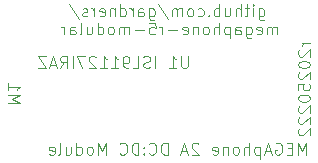
<source format=gbr>
%TF.GenerationSoftware,KiCad,Pcbnew,9.0.1+dfsg-1*%
%TF.CreationDate,2025-05-01T11:01:48+02:00*%
%TF.ProjectId,high-efficiency_dc-dc_converter,68696768-2d65-4666-9669-6369656e6379,rev?*%
%TF.SameCoordinates,Original*%
%TF.FileFunction,Legend,Bot*%
%TF.FilePolarity,Positive*%
%FSLAX46Y46*%
G04 Gerber Fmt 4.6, Leading zero omitted, Abs format (unit mm)*
G04 Created by KiCad (PCBNEW 9.0.1+dfsg-1) date 2025-05-01 11:01:48*
%MOMM*%
%LPD*%
G01*
G04 APERTURE LIST*
%ADD10C,0.100000*%
G04 APERTURE END LIST*
D10*
X71097544Y-33565752D02*
X71097544Y-34375276D01*
X71097544Y-34375276D02*
X71145163Y-34470514D01*
X71145163Y-34470514D02*
X71192782Y-34518133D01*
X71192782Y-34518133D02*
X71288020Y-34565752D01*
X71288020Y-34565752D02*
X71430877Y-34565752D01*
X71430877Y-34565752D02*
X71526115Y-34518133D01*
X71097544Y-34184800D02*
X71192782Y-34232419D01*
X71192782Y-34232419D02*
X71383258Y-34232419D01*
X71383258Y-34232419D02*
X71478496Y-34184800D01*
X71478496Y-34184800D02*
X71526115Y-34137180D01*
X71526115Y-34137180D02*
X71573734Y-34041942D01*
X71573734Y-34041942D02*
X71573734Y-33756228D01*
X71573734Y-33756228D02*
X71526115Y-33660990D01*
X71526115Y-33660990D02*
X71478496Y-33613371D01*
X71478496Y-33613371D02*
X71383258Y-33565752D01*
X71383258Y-33565752D02*
X71192782Y-33565752D01*
X71192782Y-33565752D02*
X71097544Y-33613371D01*
X70621353Y-34232419D02*
X70621353Y-33565752D01*
X70621353Y-33232419D02*
X70668972Y-33280038D01*
X70668972Y-33280038D02*
X70621353Y-33327657D01*
X70621353Y-33327657D02*
X70573734Y-33280038D01*
X70573734Y-33280038D02*
X70621353Y-33232419D01*
X70621353Y-33232419D02*
X70621353Y-33327657D01*
X70288020Y-33565752D02*
X69907068Y-33565752D01*
X70145163Y-33232419D02*
X70145163Y-34089561D01*
X70145163Y-34089561D02*
X70097544Y-34184800D01*
X70097544Y-34184800D02*
X70002306Y-34232419D01*
X70002306Y-34232419D02*
X69907068Y-34232419D01*
X69573734Y-34232419D02*
X69573734Y-33232419D01*
X69145163Y-34232419D02*
X69145163Y-33708609D01*
X69145163Y-33708609D02*
X69192782Y-33613371D01*
X69192782Y-33613371D02*
X69288020Y-33565752D01*
X69288020Y-33565752D02*
X69430877Y-33565752D01*
X69430877Y-33565752D02*
X69526115Y-33613371D01*
X69526115Y-33613371D02*
X69573734Y-33660990D01*
X68240401Y-33565752D02*
X68240401Y-34232419D01*
X68668972Y-33565752D02*
X68668972Y-34089561D01*
X68668972Y-34089561D02*
X68621353Y-34184800D01*
X68621353Y-34184800D02*
X68526115Y-34232419D01*
X68526115Y-34232419D02*
X68383258Y-34232419D01*
X68383258Y-34232419D02*
X68288020Y-34184800D01*
X68288020Y-34184800D02*
X68240401Y-34137180D01*
X67764210Y-34232419D02*
X67764210Y-33232419D01*
X67764210Y-33613371D02*
X67668972Y-33565752D01*
X67668972Y-33565752D02*
X67478496Y-33565752D01*
X67478496Y-33565752D02*
X67383258Y-33613371D01*
X67383258Y-33613371D02*
X67335639Y-33660990D01*
X67335639Y-33660990D02*
X67288020Y-33756228D01*
X67288020Y-33756228D02*
X67288020Y-34041942D01*
X67288020Y-34041942D02*
X67335639Y-34137180D01*
X67335639Y-34137180D02*
X67383258Y-34184800D01*
X67383258Y-34184800D02*
X67478496Y-34232419D01*
X67478496Y-34232419D02*
X67668972Y-34232419D01*
X67668972Y-34232419D02*
X67764210Y-34184800D01*
X66859448Y-34137180D02*
X66811829Y-34184800D01*
X66811829Y-34184800D02*
X66859448Y-34232419D01*
X66859448Y-34232419D02*
X66907067Y-34184800D01*
X66907067Y-34184800D02*
X66859448Y-34137180D01*
X66859448Y-34137180D02*
X66859448Y-34232419D01*
X65954687Y-34184800D02*
X66049925Y-34232419D01*
X66049925Y-34232419D02*
X66240401Y-34232419D01*
X66240401Y-34232419D02*
X66335639Y-34184800D01*
X66335639Y-34184800D02*
X66383258Y-34137180D01*
X66383258Y-34137180D02*
X66430877Y-34041942D01*
X66430877Y-34041942D02*
X66430877Y-33756228D01*
X66430877Y-33756228D02*
X66383258Y-33660990D01*
X66383258Y-33660990D02*
X66335639Y-33613371D01*
X66335639Y-33613371D02*
X66240401Y-33565752D01*
X66240401Y-33565752D02*
X66049925Y-33565752D01*
X66049925Y-33565752D02*
X65954687Y-33613371D01*
X65383258Y-34232419D02*
X65478496Y-34184800D01*
X65478496Y-34184800D02*
X65526115Y-34137180D01*
X65526115Y-34137180D02*
X65573734Y-34041942D01*
X65573734Y-34041942D02*
X65573734Y-33756228D01*
X65573734Y-33756228D02*
X65526115Y-33660990D01*
X65526115Y-33660990D02*
X65478496Y-33613371D01*
X65478496Y-33613371D02*
X65383258Y-33565752D01*
X65383258Y-33565752D02*
X65240401Y-33565752D01*
X65240401Y-33565752D02*
X65145163Y-33613371D01*
X65145163Y-33613371D02*
X65097544Y-33660990D01*
X65097544Y-33660990D02*
X65049925Y-33756228D01*
X65049925Y-33756228D02*
X65049925Y-34041942D01*
X65049925Y-34041942D02*
X65097544Y-34137180D01*
X65097544Y-34137180D02*
X65145163Y-34184800D01*
X65145163Y-34184800D02*
X65240401Y-34232419D01*
X65240401Y-34232419D02*
X65383258Y-34232419D01*
X64621353Y-34232419D02*
X64621353Y-33565752D01*
X64621353Y-33660990D02*
X64573734Y-33613371D01*
X64573734Y-33613371D02*
X64478496Y-33565752D01*
X64478496Y-33565752D02*
X64335639Y-33565752D01*
X64335639Y-33565752D02*
X64240401Y-33613371D01*
X64240401Y-33613371D02*
X64192782Y-33708609D01*
X64192782Y-33708609D02*
X64192782Y-34232419D01*
X64192782Y-33708609D02*
X64145163Y-33613371D01*
X64145163Y-33613371D02*
X64049925Y-33565752D01*
X64049925Y-33565752D02*
X63907068Y-33565752D01*
X63907068Y-33565752D02*
X63811829Y-33613371D01*
X63811829Y-33613371D02*
X63764210Y-33708609D01*
X63764210Y-33708609D02*
X63764210Y-34232419D01*
X62573735Y-33184800D02*
X63430877Y-34470514D01*
X61811830Y-33565752D02*
X61811830Y-34375276D01*
X61811830Y-34375276D02*
X61859449Y-34470514D01*
X61859449Y-34470514D02*
X61907068Y-34518133D01*
X61907068Y-34518133D02*
X62002306Y-34565752D01*
X62002306Y-34565752D02*
X62145163Y-34565752D01*
X62145163Y-34565752D02*
X62240401Y-34518133D01*
X61811830Y-34184800D02*
X61907068Y-34232419D01*
X61907068Y-34232419D02*
X62097544Y-34232419D01*
X62097544Y-34232419D02*
X62192782Y-34184800D01*
X62192782Y-34184800D02*
X62240401Y-34137180D01*
X62240401Y-34137180D02*
X62288020Y-34041942D01*
X62288020Y-34041942D02*
X62288020Y-33756228D01*
X62288020Y-33756228D02*
X62240401Y-33660990D01*
X62240401Y-33660990D02*
X62192782Y-33613371D01*
X62192782Y-33613371D02*
X62097544Y-33565752D01*
X62097544Y-33565752D02*
X61907068Y-33565752D01*
X61907068Y-33565752D02*
X61811830Y-33613371D01*
X60907068Y-34232419D02*
X60907068Y-33708609D01*
X60907068Y-33708609D02*
X60954687Y-33613371D01*
X60954687Y-33613371D02*
X61049925Y-33565752D01*
X61049925Y-33565752D02*
X61240401Y-33565752D01*
X61240401Y-33565752D02*
X61335639Y-33613371D01*
X60907068Y-34184800D02*
X61002306Y-34232419D01*
X61002306Y-34232419D02*
X61240401Y-34232419D01*
X61240401Y-34232419D02*
X61335639Y-34184800D01*
X61335639Y-34184800D02*
X61383258Y-34089561D01*
X61383258Y-34089561D02*
X61383258Y-33994323D01*
X61383258Y-33994323D02*
X61335639Y-33899085D01*
X61335639Y-33899085D02*
X61240401Y-33851466D01*
X61240401Y-33851466D02*
X61002306Y-33851466D01*
X61002306Y-33851466D02*
X60907068Y-33803847D01*
X60430877Y-34232419D02*
X60430877Y-33565752D01*
X60430877Y-33756228D02*
X60383258Y-33660990D01*
X60383258Y-33660990D02*
X60335639Y-33613371D01*
X60335639Y-33613371D02*
X60240401Y-33565752D01*
X60240401Y-33565752D02*
X60145163Y-33565752D01*
X59383258Y-34232419D02*
X59383258Y-33232419D01*
X59383258Y-34184800D02*
X59478496Y-34232419D01*
X59478496Y-34232419D02*
X59668972Y-34232419D01*
X59668972Y-34232419D02*
X59764210Y-34184800D01*
X59764210Y-34184800D02*
X59811829Y-34137180D01*
X59811829Y-34137180D02*
X59859448Y-34041942D01*
X59859448Y-34041942D02*
X59859448Y-33756228D01*
X59859448Y-33756228D02*
X59811829Y-33660990D01*
X59811829Y-33660990D02*
X59764210Y-33613371D01*
X59764210Y-33613371D02*
X59668972Y-33565752D01*
X59668972Y-33565752D02*
X59478496Y-33565752D01*
X59478496Y-33565752D02*
X59383258Y-33613371D01*
X58907067Y-33565752D02*
X58907067Y-34232419D01*
X58907067Y-33660990D02*
X58859448Y-33613371D01*
X58859448Y-33613371D02*
X58764210Y-33565752D01*
X58764210Y-33565752D02*
X58621353Y-33565752D01*
X58621353Y-33565752D02*
X58526115Y-33613371D01*
X58526115Y-33613371D02*
X58478496Y-33708609D01*
X58478496Y-33708609D02*
X58478496Y-34232419D01*
X57621353Y-34184800D02*
X57716591Y-34232419D01*
X57716591Y-34232419D02*
X57907067Y-34232419D01*
X57907067Y-34232419D02*
X58002305Y-34184800D01*
X58002305Y-34184800D02*
X58049924Y-34089561D01*
X58049924Y-34089561D02*
X58049924Y-33708609D01*
X58049924Y-33708609D02*
X58002305Y-33613371D01*
X58002305Y-33613371D02*
X57907067Y-33565752D01*
X57907067Y-33565752D02*
X57716591Y-33565752D01*
X57716591Y-33565752D02*
X57621353Y-33613371D01*
X57621353Y-33613371D02*
X57573734Y-33708609D01*
X57573734Y-33708609D02*
X57573734Y-33803847D01*
X57573734Y-33803847D02*
X58049924Y-33899085D01*
X57145162Y-34232419D02*
X57145162Y-33565752D01*
X57145162Y-33756228D02*
X57097543Y-33660990D01*
X57097543Y-33660990D02*
X57049924Y-33613371D01*
X57049924Y-33613371D02*
X56954686Y-33565752D01*
X56954686Y-33565752D02*
X56859448Y-33565752D01*
X56573733Y-34184800D02*
X56478495Y-34232419D01*
X56478495Y-34232419D02*
X56288019Y-34232419D01*
X56288019Y-34232419D02*
X56192781Y-34184800D01*
X56192781Y-34184800D02*
X56145162Y-34089561D01*
X56145162Y-34089561D02*
X56145162Y-34041942D01*
X56145162Y-34041942D02*
X56192781Y-33946704D01*
X56192781Y-33946704D02*
X56288019Y-33899085D01*
X56288019Y-33899085D02*
X56430876Y-33899085D01*
X56430876Y-33899085D02*
X56526114Y-33851466D01*
X56526114Y-33851466D02*
X56573733Y-33756228D01*
X56573733Y-33756228D02*
X56573733Y-33708609D01*
X56573733Y-33708609D02*
X56526114Y-33613371D01*
X56526114Y-33613371D02*
X56430876Y-33565752D01*
X56430876Y-33565752D02*
X56288019Y-33565752D01*
X56288019Y-33565752D02*
X56192781Y-33613371D01*
X55002305Y-33184800D02*
X55859447Y-34470514D01*
X75096115Y-45942419D02*
X75096115Y-44942419D01*
X75096115Y-44942419D02*
X74762782Y-45656704D01*
X74762782Y-45656704D02*
X74429449Y-44942419D01*
X74429449Y-44942419D02*
X74429449Y-45942419D01*
X73953258Y-45418609D02*
X73619925Y-45418609D01*
X73477068Y-45942419D02*
X73953258Y-45942419D01*
X73953258Y-45942419D02*
X73953258Y-44942419D01*
X73953258Y-44942419D02*
X73477068Y-44942419D01*
X72524687Y-44990038D02*
X72619925Y-44942419D01*
X72619925Y-44942419D02*
X72762782Y-44942419D01*
X72762782Y-44942419D02*
X72905639Y-44990038D01*
X72905639Y-44990038D02*
X73000877Y-45085276D01*
X73000877Y-45085276D02*
X73048496Y-45180514D01*
X73048496Y-45180514D02*
X73096115Y-45370990D01*
X73096115Y-45370990D02*
X73096115Y-45513847D01*
X73096115Y-45513847D02*
X73048496Y-45704323D01*
X73048496Y-45704323D02*
X73000877Y-45799561D01*
X73000877Y-45799561D02*
X72905639Y-45894800D01*
X72905639Y-45894800D02*
X72762782Y-45942419D01*
X72762782Y-45942419D02*
X72667544Y-45942419D01*
X72667544Y-45942419D02*
X72524687Y-45894800D01*
X72524687Y-45894800D02*
X72477068Y-45847180D01*
X72477068Y-45847180D02*
X72477068Y-45513847D01*
X72477068Y-45513847D02*
X72667544Y-45513847D01*
X72096115Y-45656704D02*
X71619925Y-45656704D01*
X72191353Y-45942419D02*
X71858020Y-44942419D01*
X71858020Y-44942419D02*
X71524687Y-45942419D01*
X71191353Y-45275752D02*
X71191353Y-46275752D01*
X71191353Y-45323371D02*
X71096115Y-45275752D01*
X71096115Y-45275752D02*
X70905639Y-45275752D01*
X70905639Y-45275752D02*
X70810401Y-45323371D01*
X70810401Y-45323371D02*
X70762782Y-45370990D01*
X70762782Y-45370990D02*
X70715163Y-45466228D01*
X70715163Y-45466228D02*
X70715163Y-45751942D01*
X70715163Y-45751942D02*
X70762782Y-45847180D01*
X70762782Y-45847180D02*
X70810401Y-45894800D01*
X70810401Y-45894800D02*
X70905639Y-45942419D01*
X70905639Y-45942419D02*
X71096115Y-45942419D01*
X71096115Y-45942419D02*
X71191353Y-45894800D01*
X70286591Y-45942419D02*
X70286591Y-44942419D01*
X69858020Y-45942419D02*
X69858020Y-45418609D01*
X69858020Y-45418609D02*
X69905639Y-45323371D01*
X69905639Y-45323371D02*
X70000877Y-45275752D01*
X70000877Y-45275752D02*
X70143734Y-45275752D01*
X70143734Y-45275752D02*
X70238972Y-45323371D01*
X70238972Y-45323371D02*
X70286591Y-45370990D01*
X69238972Y-45942419D02*
X69334210Y-45894800D01*
X69334210Y-45894800D02*
X69381829Y-45847180D01*
X69381829Y-45847180D02*
X69429448Y-45751942D01*
X69429448Y-45751942D02*
X69429448Y-45466228D01*
X69429448Y-45466228D02*
X69381829Y-45370990D01*
X69381829Y-45370990D02*
X69334210Y-45323371D01*
X69334210Y-45323371D02*
X69238972Y-45275752D01*
X69238972Y-45275752D02*
X69096115Y-45275752D01*
X69096115Y-45275752D02*
X69000877Y-45323371D01*
X69000877Y-45323371D02*
X68953258Y-45370990D01*
X68953258Y-45370990D02*
X68905639Y-45466228D01*
X68905639Y-45466228D02*
X68905639Y-45751942D01*
X68905639Y-45751942D02*
X68953258Y-45847180D01*
X68953258Y-45847180D02*
X69000877Y-45894800D01*
X69000877Y-45894800D02*
X69096115Y-45942419D01*
X69096115Y-45942419D02*
X69238972Y-45942419D01*
X68477067Y-45275752D02*
X68477067Y-45942419D01*
X68477067Y-45370990D02*
X68429448Y-45323371D01*
X68429448Y-45323371D02*
X68334210Y-45275752D01*
X68334210Y-45275752D02*
X68191353Y-45275752D01*
X68191353Y-45275752D02*
X68096115Y-45323371D01*
X68096115Y-45323371D02*
X68048496Y-45418609D01*
X68048496Y-45418609D02*
X68048496Y-45942419D01*
X67191353Y-45894800D02*
X67286591Y-45942419D01*
X67286591Y-45942419D02*
X67477067Y-45942419D01*
X67477067Y-45942419D02*
X67572305Y-45894800D01*
X67572305Y-45894800D02*
X67619924Y-45799561D01*
X67619924Y-45799561D02*
X67619924Y-45418609D01*
X67619924Y-45418609D02*
X67572305Y-45323371D01*
X67572305Y-45323371D02*
X67477067Y-45275752D01*
X67477067Y-45275752D02*
X67286591Y-45275752D01*
X67286591Y-45275752D02*
X67191353Y-45323371D01*
X67191353Y-45323371D02*
X67143734Y-45418609D01*
X67143734Y-45418609D02*
X67143734Y-45513847D01*
X67143734Y-45513847D02*
X67619924Y-45609085D01*
X66000876Y-45037657D02*
X65953257Y-44990038D01*
X65953257Y-44990038D02*
X65858019Y-44942419D01*
X65858019Y-44942419D02*
X65619924Y-44942419D01*
X65619924Y-44942419D02*
X65524686Y-44990038D01*
X65524686Y-44990038D02*
X65477067Y-45037657D01*
X65477067Y-45037657D02*
X65429448Y-45132895D01*
X65429448Y-45132895D02*
X65429448Y-45228133D01*
X65429448Y-45228133D02*
X65477067Y-45370990D01*
X65477067Y-45370990D02*
X66048495Y-45942419D01*
X66048495Y-45942419D02*
X65429448Y-45942419D01*
X65048495Y-45656704D02*
X64572305Y-45656704D01*
X65143733Y-45942419D02*
X64810400Y-44942419D01*
X64810400Y-44942419D02*
X64477067Y-45942419D01*
X63381828Y-45942419D02*
X63381828Y-44942419D01*
X63381828Y-44942419D02*
X63143733Y-44942419D01*
X63143733Y-44942419D02*
X63000876Y-44990038D01*
X63000876Y-44990038D02*
X62905638Y-45085276D01*
X62905638Y-45085276D02*
X62858019Y-45180514D01*
X62858019Y-45180514D02*
X62810400Y-45370990D01*
X62810400Y-45370990D02*
X62810400Y-45513847D01*
X62810400Y-45513847D02*
X62858019Y-45704323D01*
X62858019Y-45704323D02*
X62905638Y-45799561D01*
X62905638Y-45799561D02*
X63000876Y-45894800D01*
X63000876Y-45894800D02*
X63143733Y-45942419D01*
X63143733Y-45942419D02*
X63381828Y-45942419D01*
X61810400Y-45847180D02*
X61858019Y-45894800D01*
X61858019Y-45894800D02*
X62000876Y-45942419D01*
X62000876Y-45942419D02*
X62096114Y-45942419D01*
X62096114Y-45942419D02*
X62238971Y-45894800D01*
X62238971Y-45894800D02*
X62334209Y-45799561D01*
X62334209Y-45799561D02*
X62381828Y-45704323D01*
X62381828Y-45704323D02*
X62429447Y-45513847D01*
X62429447Y-45513847D02*
X62429447Y-45370990D01*
X62429447Y-45370990D02*
X62381828Y-45180514D01*
X62381828Y-45180514D02*
X62334209Y-45085276D01*
X62334209Y-45085276D02*
X62238971Y-44990038D01*
X62238971Y-44990038D02*
X62096114Y-44942419D01*
X62096114Y-44942419D02*
X62000876Y-44942419D01*
X62000876Y-44942419D02*
X61858019Y-44990038D01*
X61858019Y-44990038D02*
X61810400Y-45037657D01*
X61381828Y-45847180D02*
X61334209Y-45894800D01*
X61334209Y-45894800D02*
X61381828Y-45942419D01*
X61381828Y-45942419D02*
X61429447Y-45894800D01*
X61429447Y-45894800D02*
X61381828Y-45847180D01*
X61381828Y-45847180D02*
X61381828Y-45942419D01*
X61381828Y-45323371D02*
X61334209Y-45370990D01*
X61334209Y-45370990D02*
X61381828Y-45418609D01*
X61381828Y-45418609D02*
X61429447Y-45370990D01*
X61429447Y-45370990D02*
X61381828Y-45323371D01*
X61381828Y-45323371D02*
X61381828Y-45418609D01*
X60905638Y-45942419D02*
X60905638Y-44942419D01*
X60905638Y-44942419D02*
X60667543Y-44942419D01*
X60667543Y-44942419D02*
X60524686Y-44990038D01*
X60524686Y-44990038D02*
X60429448Y-45085276D01*
X60429448Y-45085276D02*
X60381829Y-45180514D01*
X60381829Y-45180514D02*
X60334210Y-45370990D01*
X60334210Y-45370990D02*
X60334210Y-45513847D01*
X60334210Y-45513847D02*
X60381829Y-45704323D01*
X60381829Y-45704323D02*
X60429448Y-45799561D01*
X60429448Y-45799561D02*
X60524686Y-45894800D01*
X60524686Y-45894800D02*
X60667543Y-45942419D01*
X60667543Y-45942419D02*
X60905638Y-45942419D01*
X59334210Y-45847180D02*
X59381829Y-45894800D01*
X59381829Y-45894800D02*
X59524686Y-45942419D01*
X59524686Y-45942419D02*
X59619924Y-45942419D01*
X59619924Y-45942419D02*
X59762781Y-45894800D01*
X59762781Y-45894800D02*
X59858019Y-45799561D01*
X59858019Y-45799561D02*
X59905638Y-45704323D01*
X59905638Y-45704323D02*
X59953257Y-45513847D01*
X59953257Y-45513847D02*
X59953257Y-45370990D01*
X59953257Y-45370990D02*
X59905638Y-45180514D01*
X59905638Y-45180514D02*
X59858019Y-45085276D01*
X59858019Y-45085276D02*
X59762781Y-44990038D01*
X59762781Y-44990038D02*
X59619924Y-44942419D01*
X59619924Y-44942419D02*
X59524686Y-44942419D01*
X59524686Y-44942419D02*
X59381829Y-44990038D01*
X59381829Y-44990038D02*
X59334210Y-45037657D01*
X58143733Y-45942419D02*
X58143733Y-44942419D01*
X58143733Y-44942419D02*
X57810400Y-45656704D01*
X57810400Y-45656704D02*
X57477067Y-44942419D01*
X57477067Y-44942419D02*
X57477067Y-45942419D01*
X56858019Y-45942419D02*
X56953257Y-45894800D01*
X56953257Y-45894800D02*
X57000876Y-45847180D01*
X57000876Y-45847180D02*
X57048495Y-45751942D01*
X57048495Y-45751942D02*
X57048495Y-45466228D01*
X57048495Y-45466228D02*
X57000876Y-45370990D01*
X57000876Y-45370990D02*
X56953257Y-45323371D01*
X56953257Y-45323371D02*
X56858019Y-45275752D01*
X56858019Y-45275752D02*
X56715162Y-45275752D01*
X56715162Y-45275752D02*
X56619924Y-45323371D01*
X56619924Y-45323371D02*
X56572305Y-45370990D01*
X56572305Y-45370990D02*
X56524686Y-45466228D01*
X56524686Y-45466228D02*
X56524686Y-45751942D01*
X56524686Y-45751942D02*
X56572305Y-45847180D01*
X56572305Y-45847180D02*
X56619924Y-45894800D01*
X56619924Y-45894800D02*
X56715162Y-45942419D01*
X56715162Y-45942419D02*
X56858019Y-45942419D01*
X55667543Y-45942419D02*
X55667543Y-44942419D01*
X55667543Y-45894800D02*
X55762781Y-45942419D01*
X55762781Y-45942419D02*
X55953257Y-45942419D01*
X55953257Y-45942419D02*
X56048495Y-45894800D01*
X56048495Y-45894800D02*
X56096114Y-45847180D01*
X56096114Y-45847180D02*
X56143733Y-45751942D01*
X56143733Y-45751942D02*
X56143733Y-45466228D01*
X56143733Y-45466228D02*
X56096114Y-45370990D01*
X56096114Y-45370990D02*
X56048495Y-45323371D01*
X56048495Y-45323371D02*
X55953257Y-45275752D01*
X55953257Y-45275752D02*
X55762781Y-45275752D01*
X55762781Y-45275752D02*
X55667543Y-45323371D01*
X54762781Y-45275752D02*
X54762781Y-45942419D01*
X55191352Y-45275752D02*
X55191352Y-45799561D01*
X55191352Y-45799561D02*
X55143733Y-45894800D01*
X55143733Y-45894800D02*
X55048495Y-45942419D01*
X55048495Y-45942419D02*
X54905638Y-45942419D01*
X54905638Y-45942419D02*
X54810400Y-45894800D01*
X54810400Y-45894800D02*
X54762781Y-45847180D01*
X54143733Y-45942419D02*
X54238971Y-45894800D01*
X54238971Y-45894800D02*
X54286590Y-45799561D01*
X54286590Y-45799561D02*
X54286590Y-44942419D01*
X53381828Y-45894800D02*
X53477066Y-45942419D01*
X53477066Y-45942419D02*
X53667542Y-45942419D01*
X53667542Y-45942419D02*
X53762780Y-45894800D01*
X53762780Y-45894800D02*
X53810399Y-45799561D01*
X53810399Y-45799561D02*
X53810399Y-45418609D01*
X53810399Y-45418609D02*
X53762780Y-45323371D01*
X53762780Y-45323371D02*
X53667542Y-45275752D01*
X53667542Y-45275752D02*
X53477066Y-45275752D01*
X53477066Y-45275752D02*
X53381828Y-45323371D01*
X53381828Y-45323371D02*
X53334209Y-45418609D01*
X53334209Y-45418609D02*
X53334209Y-45513847D01*
X53334209Y-45513847D02*
X53810399Y-45609085D01*
X65101115Y-37607419D02*
X65101115Y-38416942D01*
X65101115Y-38416942D02*
X65053496Y-38512180D01*
X65053496Y-38512180D02*
X65005877Y-38559800D01*
X65005877Y-38559800D02*
X64910639Y-38607419D01*
X64910639Y-38607419D02*
X64720163Y-38607419D01*
X64720163Y-38607419D02*
X64624925Y-38559800D01*
X64624925Y-38559800D02*
X64577306Y-38512180D01*
X64577306Y-38512180D02*
X64529687Y-38416942D01*
X64529687Y-38416942D02*
X64529687Y-37607419D01*
X63529687Y-38607419D02*
X64101115Y-38607419D01*
X63815401Y-38607419D02*
X63815401Y-37607419D01*
X63815401Y-37607419D02*
X63910639Y-37750276D01*
X63910639Y-37750276D02*
X64005877Y-37845514D01*
X64005877Y-37845514D02*
X64101115Y-37893133D01*
X62339210Y-38607419D02*
X62339210Y-37607419D01*
X61910639Y-38559800D02*
X61767782Y-38607419D01*
X61767782Y-38607419D02*
X61529687Y-38607419D01*
X61529687Y-38607419D02*
X61434449Y-38559800D01*
X61434449Y-38559800D02*
X61386830Y-38512180D01*
X61386830Y-38512180D02*
X61339211Y-38416942D01*
X61339211Y-38416942D02*
X61339211Y-38321704D01*
X61339211Y-38321704D02*
X61386830Y-38226466D01*
X61386830Y-38226466D02*
X61434449Y-38178847D01*
X61434449Y-38178847D02*
X61529687Y-38131228D01*
X61529687Y-38131228D02*
X61720163Y-38083609D01*
X61720163Y-38083609D02*
X61815401Y-38035990D01*
X61815401Y-38035990D02*
X61863020Y-37988371D01*
X61863020Y-37988371D02*
X61910639Y-37893133D01*
X61910639Y-37893133D02*
X61910639Y-37797895D01*
X61910639Y-37797895D02*
X61863020Y-37702657D01*
X61863020Y-37702657D02*
X61815401Y-37655038D01*
X61815401Y-37655038D02*
X61720163Y-37607419D01*
X61720163Y-37607419D02*
X61482068Y-37607419D01*
X61482068Y-37607419D02*
X61339211Y-37655038D01*
X60434449Y-38607419D02*
X60910639Y-38607419D01*
X60910639Y-38607419D02*
X60910639Y-37607419D01*
X60053496Y-38607419D02*
X59863020Y-38607419D01*
X59863020Y-38607419D02*
X59767782Y-38559800D01*
X59767782Y-38559800D02*
X59720163Y-38512180D01*
X59720163Y-38512180D02*
X59624925Y-38369323D01*
X59624925Y-38369323D02*
X59577306Y-38178847D01*
X59577306Y-38178847D02*
X59577306Y-37797895D01*
X59577306Y-37797895D02*
X59624925Y-37702657D01*
X59624925Y-37702657D02*
X59672544Y-37655038D01*
X59672544Y-37655038D02*
X59767782Y-37607419D01*
X59767782Y-37607419D02*
X59958258Y-37607419D01*
X59958258Y-37607419D02*
X60053496Y-37655038D01*
X60053496Y-37655038D02*
X60101115Y-37702657D01*
X60101115Y-37702657D02*
X60148734Y-37797895D01*
X60148734Y-37797895D02*
X60148734Y-38035990D01*
X60148734Y-38035990D02*
X60101115Y-38131228D01*
X60101115Y-38131228D02*
X60053496Y-38178847D01*
X60053496Y-38178847D02*
X59958258Y-38226466D01*
X59958258Y-38226466D02*
X59767782Y-38226466D01*
X59767782Y-38226466D02*
X59672544Y-38178847D01*
X59672544Y-38178847D02*
X59624925Y-38131228D01*
X59624925Y-38131228D02*
X59577306Y-38035990D01*
X58624925Y-38607419D02*
X59196353Y-38607419D01*
X58910639Y-38607419D02*
X58910639Y-37607419D01*
X58910639Y-37607419D02*
X59005877Y-37750276D01*
X59005877Y-37750276D02*
X59101115Y-37845514D01*
X59101115Y-37845514D02*
X59196353Y-37893133D01*
X57672544Y-38607419D02*
X58243972Y-38607419D01*
X57958258Y-38607419D02*
X57958258Y-37607419D01*
X57958258Y-37607419D02*
X58053496Y-37750276D01*
X58053496Y-37750276D02*
X58148734Y-37845514D01*
X58148734Y-37845514D02*
X58243972Y-37893133D01*
X57291591Y-37702657D02*
X57243972Y-37655038D01*
X57243972Y-37655038D02*
X57148734Y-37607419D01*
X57148734Y-37607419D02*
X56910639Y-37607419D01*
X56910639Y-37607419D02*
X56815401Y-37655038D01*
X56815401Y-37655038D02*
X56767782Y-37702657D01*
X56767782Y-37702657D02*
X56720163Y-37797895D01*
X56720163Y-37797895D02*
X56720163Y-37893133D01*
X56720163Y-37893133D02*
X56767782Y-38035990D01*
X56767782Y-38035990D02*
X57339210Y-38607419D01*
X57339210Y-38607419D02*
X56720163Y-38607419D01*
X56386829Y-37607419D02*
X55720163Y-37607419D01*
X55720163Y-37607419D02*
X56148734Y-38607419D01*
X55339210Y-38607419D02*
X55339210Y-37607419D01*
X54291592Y-38607419D02*
X54624925Y-38131228D01*
X54863020Y-38607419D02*
X54863020Y-37607419D01*
X54863020Y-37607419D02*
X54482068Y-37607419D01*
X54482068Y-37607419D02*
X54386830Y-37655038D01*
X54386830Y-37655038D02*
X54339211Y-37702657D01*
X54339211Y-37702657D02*
X54291592Y-37797895D01*
X54291592Y-37797895D02*
X54291592Y-37940752D01*
X54291592Y-37940752D02*
X54339211Y-38035990D01*
X54339211Y-38035990D02*
X54386830Y-38083609D01*
X54386830Y-38083609D02*
X54482068Y-38131228D01*
X54482068Y-38131228D02*
X54863020Y-38131228D01*
X53910639Y-38321704D02*
X53434449Y-38321704D01*
X54005877Y-38607419D02*
X53672544Y-37607419D01*
X53672544Y-37607419D02*
X53339211Y-38607419D01*
X53101115Y-37607419D02*
X52434449Y-37607419D01*
X52434449Y-37607419D02*
X53101115Y-38607419D01*
X53101115Y-38607419D02*
X52434449Y-38607419D01*
X75437419Y-36498884D02*
X74770752Y-36498884D01*
X74961228Y-36498884D02*
X74865990Y-36546503D01*
X74865990Y-36546503D02*
X74818371Y-36594122D01*
X74818371Y-36594122D02*
X74770752Y-36689360D01*
X74770752Y-36689360D02*
X74770752Y-36784598D01*
X74532657Y-37070313D02*
X74485038Y-37117932D01*
X74485038Y-37117932D02*
X74437419Y-37213170D01*
X74437419Y-37213170D02*
X74437419Y-37451265D01*
X74437419Y-37451265D02*
X74485038Y-37546503D01*
X74485038Y-37546503D02*
X74532657Y-37594122D01*
X74532657Y-37594122D02*
X74627895Y-37641741D01*
X74627895Y-37641741D02*
X74723133Y-37641741D01*
X74723133Y-37641741D02*
X74865990Y-37594122D01*
X74865990Y-37594122D02*
X75437419Y-37022694D01*
X75437419Y-37022694D02*
X75437419Y-37641741D01*
X74437419Y-38260789D02*
X74437419Y-38356027D01*
X74437419Y-38356027D02*
X74485038Y-38451265D01*
X74485038Y-38451265D02*
X74532657Y-38498884D01*
X74532657Y-38498884D02*
X74627895Y-38546503D01*
X74627895Y-38546503D02*
X74818371Y-38594122D01*
X74818371Y-38594122D02*
X75056466Y-38594122D01*
X75056466Y-38594122D02*
X75246942Y-38546503D01*
X75246942Y-38546503D02*
X75342180Y-38498884D01*
X75342180Y-38498884D02*
X75389800Y-38451265D01*
X75389800Y-38451265D02*
X75437419Y-38356027D01*
X75437419Y-38356027D02*
X75437419Y-38260789D01*
X75437419Y-38260789D02*
X75389800Y-38165551D01*
X75389800Y-38165551D02*
X75342180Y-38117932D01*
X75342180Y-38117932D02*
X75246942Y-38070313D01*
X75246942Y-38070313D02*
X75056466Y-38022694D01*
X75056466Y-38022694D02*
X74818371Y-38022694D01*
X74818371Y-38022694D02*
X74627895Y-38070313D01*
X74627895Y-38070313D02*
X74532657Y-38117932D01*
X74532657Y-38117932D02*
X74485038Y-38165551D01*
X74485038Y-38165551D02*
X74437419Y-38260789D01*
X74532657Y-38975075D02*
X74485038Y-39022694D01*
X74485038Y-39022694D02*
X74437419Y-39117932D01*
X74437419Y-39117932D02*
X74437419Y-39356027D01*
X74437419Y-39356027D02*
X74485038Y-39451265D01*
X74485038Y-39451265D02*
X74532657Y-39498884D01*
X74532657Y-39498884D02*
X74627895Y-39546503D01*
X74627895Y-39546503D02*
X74723133Y-39546503D01*
X74723133Y-39546503D02*
X74865990Y-39498884D01*
X74865990Y-39498884D02*
X75437419Y-38927456D01*
X75437419Y-38927456D02*
X75437419Y-39546503D01*
X74437419Y-40451265D02*
X74437419Y-39975075D01*
X74437419Y-39975075D02*
X74913609Y-39927456D01*
X74913609Y-39927456D02*
X74865990Y-39975075D01*
X74865990Y-39975075D02*
X74818371Y-40070313D01*
X74818371Y-40070313D02*
X74818371Y-40308408D01*
X74818371Y-40308408D02*
X74865990Y-40403646D01*
X74865990Y-40403646D02*
X74913609Y-40451265D01*
X74913609Y-40451265D02*
X75008847Y-40498884D01*
X75008847Y-40498884D02*
X75246942Y-40498884D01*
X75246942Y-40498884D02*
X75342180Y-40451265D01*
X75342180Y-40451265D02*
X75389800Y-40403646D01*
X75389800Y-40403646D02*
X75437419Y-40308408D01*
X75437419Y-40308408D02*
X75437419Y-40070313D01*
X75437419Y-40070313D02*
X75389800Y-39975075D01*
X75389800Y-39975075D02*
X75342180Y-39927456D01*
X74437419Y-41117932D02*
X74437419Y-41213170D01*
X74437419Y-41213170D02*
X74485038Y-41308408D01*
X74485038Y-41308408D02*
X74532657Y-41356027D01*
X74532657Y-41356027D02*
X74627895Y-41403646D01*
X74627895Y-41403646D02*
X74818371Y-41451265D01*
X74818371Y-41451265D02*
X75056466Y-41451265D01*
X75056466Y-41451265D02*
X75246942Y-41403646D01*
X75246942Y-41403646D02*
X75342180Y-41356027D01*
X75342180Y-41356027D02*
X75389800Y-41308408D01*
X75389800Y-41308408D02*
X75437419Y-41213170D01*
X75437419Y-41213170D02*
X75437419Y-41117932D01*
X75437419Y-41117932D02*
X75389800Y-41022694D01*
X75389800Y-41022694D02*
X75342180Y-40975075D01*
X75342180Y-40975075D02*
X75246942Y-40927456D01*
X75246942Y-40927456D02*
X75056466Y-40879837D01*
X75056466Y-40879837D02*
X74818371Y-40879837D01*
X74818371Y-40879837D02*
X74627895Y-40927456D01*
X74627895Y-40927456D02*
X74532657Y-40975075D01*
X74532657Y-40975075D02*
X74485038Y-41022694D01*
X74485038Y-41022694D02*
X74437419Y-41117932D01*
X74532657Y-41832218D02*
X74485038Y-41879837D01*
X74485038Y-41879837D02*
X74437419Y-41975075D01*
X74437419Y-41975075D02*
X74437419Y-42213170D01*
X74437419Y-42213170D02*
X74485038Y-42308408D01*
X74485038Y-42308408D02*
X74532657Y-42356027D01*
X74532657Y-42356027D02*
X74627895Y-42403646D01*
X74627895Y-42403646D02*
X74723133Y-42403646D01*
X74723133Y-42403646D02*
X74865990Y-42356027D01*
X74865990Y-42356027D02*
X75437419Y-41784599D01*
X75437419Y-41784599D02*
X75437419Y-42403646D01*
X74532657Y-42784599D02*
X74485038Y-42832218D01*
X74485038Y-42832218D02*
X74437419Y-42927456D01*
X74437419Y-42927456D02*
X74437419Y-43165551D01*
X74437419Y-43165551D02*
X74485038Y-43260789D01*
X74485038Y-43260789D02*
X74532657Y-43308408D01*
X74532657Y-43308408D02*
X74627895Y-43356027D01*
X74627895Y-43356027D02*
X74723133Y-43356027D01*
X74723133Y-43356027D02*
X74865990Y-43308408D01*
X74865990Y-43308408D02*
X75437419Y-42736980D01*
X75437419Y-42736980D02*
X75437419Y-43356027D01*
X74532657Y-43736980D02*
X74485038Y-43784599D01*
X74485038Y-43784599D02*
X74437419Y-43879837D01*
X74437419Y-43879837D02*
X74437419Y-44117932D01*
X74437419Y-44117932D02*
X74485038Y-44213170D01*
X74485038Y-44213170D02*
X74532657Y-44260789D01*
X74532657Y-44260789D02*
X74627895Y-44308408D01*
X74627895Y-44308408D02*
X74723133Y-44308408D01*
X74723133Y-44308408D02*
X74865990Y-44260789D01*
X74865990Y-44260789D02*
X75437419Y-43689361D01*
X75437419Y-43689361D02*
X75437419Y-44308408D01*
X72656115Y-35772419D02*
X72656115Y-35105752D01*
X72656115Y-35200990D02*
X72608496Y-35153371D01*
X72608496Y-35153371D02*
X72513258Y-35105752D01*
X72513258Y-35105752D02*
X72370401Y-35105752D01*
X72370401Y-35105752D02*
X72275163Y-35153371D01*
X72275163Y-35153371D02*
X72227544Y-35248609D01*
X72227544Y-35248609D02*
X72227544Y-35772419D01*
X72227544Y-35248609D02*
X72179925Y-35153371D01*
X72179925Y-35153371D02*
X72084687Y-35105752D01*
X72084687Y-35105752D02*
X71941830Y-35105752D01*
X71941830Y-35105752D02*
X71846591Y-35153371D01*
X71846591Y-35153371D02*
X71798972Y-35248609D01*
X71798972Y-35248609D02*
X71798972Y-35772419D01*
X70941830Y-35724800D02*
X71037068Y-35772419D01*
X71037068Y-35772419D02*
X71227544Y-35772419D01*
X71227544Y-35772419D02*
X71322782Y-35724800D01*
X71322782Y-35724800D02*
X71370401Y-35629561D01*
X71370401Y-35629561D02*
X71370401Y-35248609D01*
X71370401Y-35248609D02*
X71322782Y-35153371D01*
X71322782Y-35153371D02*
X71227544Y-35105752D01*
X71227544Y-35105752D02*
X71037068Y-35105752D01*
X71037068Y-35105752D02*
X70941830Y-35153371D01*
X70941830Y-35153371D02*
X70894211Y-35248609D01*
X70894211Y-35248609D02*
X70894211Y-35343847D01*
X70894211Y-35343847D02*
X71370401Y-35439085D01*
X70037068Y-35105752D02*
X70037068Y-35915276D01*
X70037068Y-35915276D02*
X70084687Y-36010514D01*
X70084687Y-36010514D02*
X70132306Y-36058133D01*
X70132306Y-36058133D02*
X70227544Y-36105752D01*
X70227544Y-36105752D02*
X70370401Y-36105752D01*
X70370401Y-36105752D02*
X70465639Y-36058133D01*
X70037068Y-35724800D02*
X70132306Y-35772419D01*
X70132306Y-35772419D02*
X70322782Y-35772419D01*
X70322782Y-35772419D02*
X70418020Y-35724800D01*
X70418020Y-35724800D02*
X70465639Y-35677180D01*
X70465639Y-35677180D02*
X70513258Y-35581942D01*
X70513258Y-35581942D02*
X70513258Y-35296228D01*
X70513258Y-35296228D02*
X70465639Y-35200990D01*
X70465639Y-35200990D02*
X70418020Y-35153371D01*
X70418020Y-35153371D02*
X70322782Y-35105752D01*
X70322782Y-35105752D02*
X70132306Y-35105752D01*
X70132306Y-35105752D02*
X70037068Y-35153371D01*
X69132306Y-35772419D02*
X69132306Y-35248609D01*
X69132306Y-35248609D02*
X69179925Y-35153371D01*
X69179925Y-35153371D02*
X69275163Y-35105752D01*
X69275163Y-35105752D02*
X69465639Y-35105752D01*
X69465639Y-35105752D02*
X69560877Y-35153371D01*
X69132306Y-35724800D02*
X69227544Y-35772419D01*
X69227544Y-35772419D02*
X69465639Y-35772419D01*
X69465639Y-35772419D02*
X69560877Y-35724800D01*
X69560877Y-35724800D02*
X69608496Y-35629561D01*
X69608496Y-35629561D02*
X69608496Y-35534323D01*
X69608496Y-35534323D02*
X69560877Y-35439085D01*
X69560877Y-35439085D02*
X69465639Y-35391466D01*
X69465639Y-35391466D02*
X69227544Y-35391466D01*
X69227544Y-35391466D02*
X69132306Y-35343847D01*
X68656115Y-35105752D02*
X68656115Y-36105752D01*
X68656115Y-35153371D02*
X68560877Y-35105752D01*
X68560877Y-35105752D02*
X68370401Y-35105752D01*
X68370401Y-35105752D02*
X68275163Y-35153371D01*
X68275163Y-35153371D02*
X68227544Y-35200990D01*
X68227544Y-35200990D02*
X68179925Y-35296228D01*
X68179925Y-35296228D02*
X68179925Y-35581942D01*
X68179925Y-35581942D02*
X68227544Y-35677180D01*
X68227544Y-35677180D02*
X68275163Y-35724800D01*
X68275163Y-35724800D02*
X68370401Y-35772419D01*
X68370401Y-35772419D02*
X68560877Y-35772419D01*
X68560877Y-35772419D02*
X68656115Y-35724800D01*
X67751353Y-35772419D02*
X67751353Y-34772419D01*
X67322782Y-35772419D02*
X67322782Y-35248609D01*
X67322782Y-35248609D02*
X67370401Y-35153371D01*
X67370401Y-35153371D02*
X67465639Y-35105752D01*
X67465639Y-35105752D02*
X67608496Y-35105752D01*
X67608496Y-35105752D02*
X67703734Y-35153371D01*
X67703734Y-35153371D02*
X67751353Y-35200990D01*
X66703734Y-35772419D02*
X66798972Y-35724800D01*
X66798972Y-35724800D02*
X66846591Y-35677180D01*
X66846591Y-35677180D02*
X66894210Y-35581942D01*
X66894210Y-35581942D02*
X66894210Y-35296228D01*
X66894210Y-35296228D02*
X66846591Y-35200990D01*
X66846591Y-35200990D02*
X66798972Y-35153371D01*
X66798972Y-35153371D02*
X66703734Y-35105752D01*
X66703734Y-35105752D02*
X66560877Y-35105752D01*
X66560877Y-35105752D02*
X66465639Y-35153371D01*
X66465639Y-35153371D02*
X66418020Y-35200990D01*
X66418020Y-35200990D02*
X66370401Y-35296228D01*
X66370401Y-35296228D02*
X66370401Y-35581942D01*
X66370401Y-35581942D02*
X66418020Y-35677180D01*
X66418020Y-35677180D02*
X66465639Y-35724800D01*
X66465639Y-35724800D02*
X66560877Y-35772419D01*
X66560877Y-35772419D02*
X66703734Y-35772419D01*
X65941829Y-35105752D02*
X65941829Y-35772419D01*
X65941829Y-35200990D02*
X65894210Y-35153371D01*
X65894210Y-35153371D02*
X65798972Y-35105752D01*
X65798972Y-35105752D02*
X65656115Y-35105752D01*
X65656115Y-35105752D02*
X65560877Y-35153371D01*
X65560877Y-35153371D02*
X65513258Y-35248609D01*
X65513258Y-35248609D02*
X65513258Y-35772419D01*
X64656115Y-35724800D02*
X64751353Y-35772419D01*
X64751353Y-35772419D02*
X64941829Y-35772419D01*
X64941829Y-35772419D02*
X65037067Y-35724800D01*
X65037067Y-35724800D02*
X65084686Y-35629561D01*
X65084686Y-35629561D02*
X65084686Y-35248609D01*
X65084686Y-35248609D02*
X65037067Y-35153371D01*
X65037067Y-35153371D02*
X64941829Y-35105752D01*
X64941829Y-35105752D02*
X64751353Y-35105752D01*
X64751353Y-35105752D02*
X64656115Y-35153371D01*
X64656115Y-35153371D02*
X64608496Y-35248609D01*
X64608496Y-35248609D02*
X64608496Y-35343847D01*
X64608496Y-35343847D02*
X65084686Y-35439085D01*
X64179924Y-35391466D02*
X63418020Y-35391466D01*
X62941829Y-35772419D02*
X62941829Y-35105752D01*
X62941829Y-35296228D02*
X62894210Y-35200990D01*
X62894210Y-35200990D02*
X62846591Y-35153371D01*
X62846591Y-35153371D02*
X62751353Y-35105752D01*
X62751353Y-35105752D02*
X62656115Y-35105752D01*
X61846591Y-34772419D02*
X62322781Y-34772419D01*
X62322781Y-34772419D02*
X62370400Y-35248609D01*
X62370400Y-35248609D02*
X62322781Y-35200990D01*
X62322781Y-35200990D02*
X62227543Y-35153371D01*
X62227543Y-35153371D02*
X61989448Y-35153371D01*
X61989448Y-35153371D02*
X61894210Y-35200990D01*
X61894210Y-35200990D02*
X61846591Y-35248609D01*
X61846591Y-35248609D02*
X61798972Y-35343847D01*
X61798972Y-35343847D02*
X61798972Y-35581942D01*
X61798972Y-35581942D02*
X61846591Y-35677180D01*
X61846591Y-35677180D02*
X61894210Y-35724800D01*
X61894210Y-35724800D02*
X61989448Y-35772419D01*
X61989448Y-35772419D02*
X62227543Y-35772419D01*
X62227543Y-35772419D02*
X62322781Y-35724800D01*
X62322781Y-35724800D02*
X62370400Y-35677180D01*
X61370400Y-35391466D02*
X60608496Y-35391466D01*
X60132305Y-35772419D02*
X60132305Y-35105752D01*
X60132305Y-35200990D02*
X60084686Y-35153371D01*
X60084686Y-35153371D02*
X59989448Y-35105752D01*
X59989448Y-35105752D02*
X59846591Y-35105752D01*
X59846591Y-35105752D02*
X59751353Y-35153371D01*
X59751353Y-35153371D02*
X59703734Y-35248609D01*
X59703734Y-35248609D02*
X59703734Y-35772419D01*
X59703734Y-35248609D02*
X59656115Y-35153371D01*
X59656115Y-35153371D02*
X59560877Y-35105752D01*
X59560877Y-35105752D02*
X59418020Y-35105752D01*
X59418020Y-35105752D02*
X59322781Y-35153371D01*
X59322781Y-35153371D02*
X59275162Y-35248609D01*
X59275162Y-35248609D02*
X59275162Y-35772419D01*
X58656115Y-35772419D02*
X58751353Y-35724800D01*
X58751353Y-35724800D02*
X58798972Y-35677180D01*
X58798972Y-35677180D02*
X58846591Y-35581942D01*
X58846591Y-35581942D02*
X58846591Y-35296228D01*
X58846591Y-35296228D02*
X58798972Y-35200990D01*
X58798972Y-35200990D02*
X58751353Y-35153371D01*
X58751353Y-35153371D02*
X58656115Y-35105752D01*
X58656115Y-35105752D02*
X58513258Y-35105752D01*
X58513258Y-35105752D02*
X58418020Y-35153371D01*
X58418020Y-35153371D02*
X58370401Y-35200990D01*
X58370401Y-35200990D02*
X58322782Y-35296228D01*
X58322782Y-35296228D02*
X58322782Y-35581942D01*
X58322782Y-35581942D02*
X58370401Y-35677180D01*
X58370401Y-35677180D02*
X58418020Y-35724800D01*
X58418020Y-35724800D02*
X58513258Y-35772419D01*
X58513258Y-35772419D02*
X58656115Y-35772419D01*
X57465639Y-35772419D02*
X57465639Y-34772419D01*
X57465639Y-35724800D02*
X57560877Y-35772419D01*
X57560877Y-35772419D02*
X57751353Y-35772419D01*
X57751353Y-35772419D02*
X57846591Y-35724800D01*
X57846591Y-35724800D02*
X57894210Y-35677180D01*
X57894210Y-35677180D02*
X57941829Y-35581942D01*
X57941829Y-35581942D02*
X57941829Y-35296228D01*
X57941829Y-35296228D02*
X57894210Y-35200990D01*
X57894210Y-35200990D02*
X57846591Y-35153371D01*
X57846591Y-35153371D02*
X57751353Y-35105752D01*
X57751353Y-35105752D02*
X57560877Y-35105752D01*
X57560877Y-35105752D02*
X57465639Y-35153371D01*
X56560877Y-35105752D02*
X56560877Y-35772419D01*
X56989448Y-35105752D02*
X56989448Y-35629561D01*
X56989448Y-35629561D02*
X56941829Y-35724800D01*
X56941829Y-35724800D02*
X56846591Y-35772419D01*
X56846591Y-35772419D02*
X56703734Y-35772419D01*
X56703734Y-35772419D02*
X56608496Y-35724800D01*
X56608496Y-35724800D02*
X56560877Y-35677180D01*
X55941829Y-35772419D02*
X56037067Y-35724800D01*
X56037067Y-35724800D02*
X56084686Y-35629561D01*
X56084686Y-35629561D02*
X56084686Y-34772419D01*
X55132305Y-35772419D02*
X55132305Y-35248609D01*
X55132305Y-35248609D02*
X55179924Y-35153371D01*
X55179924Y-35153371D02*
X55275162Y-35105752D01*
X55275162Y-35105752D02*
X55465638Y-35105752D01*
X55465638Y-35105752D02*
X55560876Y-35153371D01*
X55132305Y-35724800D02*
X55227543Y-35772419D01*
X55227543Y-35772419D02*
X55465638Y-35772419D01*
X55465638Y-35772419D02*
X55560876Y-35724800D01*
X55560876Y-35724800D02*
X55608495Y-35629561D01*
X55608495Y-35629561D02*
X55608495Y-35534323D01*
X55608495Y-35534323D02*
X55560876Y-35439085D01*
X55560876Y-35439085D02*
X55465638Y-35391466D01*
X55465638Y-35391466D02*
X55227543Y-35391466D01*
X55227543Y-35391466D02*
X55132305Y-35343847D01*
X54656114Y-35772419D02*
X54656114Y-35105752D01*
X54656114Y-35296228D02*
X54608495Y-35200990D01*
X54608495Y-35200990D02*
X54560876Y-35153371D01*
X54560876Y-35153371D02*
X54465638Y-35105752D01*
X54465638Y-35105752D02*
X54370400Y-35105752D01*
X49887080Y-41576885D02*
X50887080Y-41576885D01*
X50887080Y-41576885D02*
X50172795Y-41243552D01*
X50172795Y-41243552D02*
X50887080Y-40910219D01*
X50887080Y-40910219D02*
X49887080Y-40910219D01*
X49887080Y-39910219D02*
X49887080Y-40481647D01*
X49887080Y-40195933D02*
X50887080Y-40195933D01*
X50887080Y-40195933D02*
X50744223Y-40291171D01*
X50744223Y-40291171D02*
X50648985Y-40386409D01*
X50648985Y-40386409D02*
X50601366Y-40481647D01*
M02*

</source>
